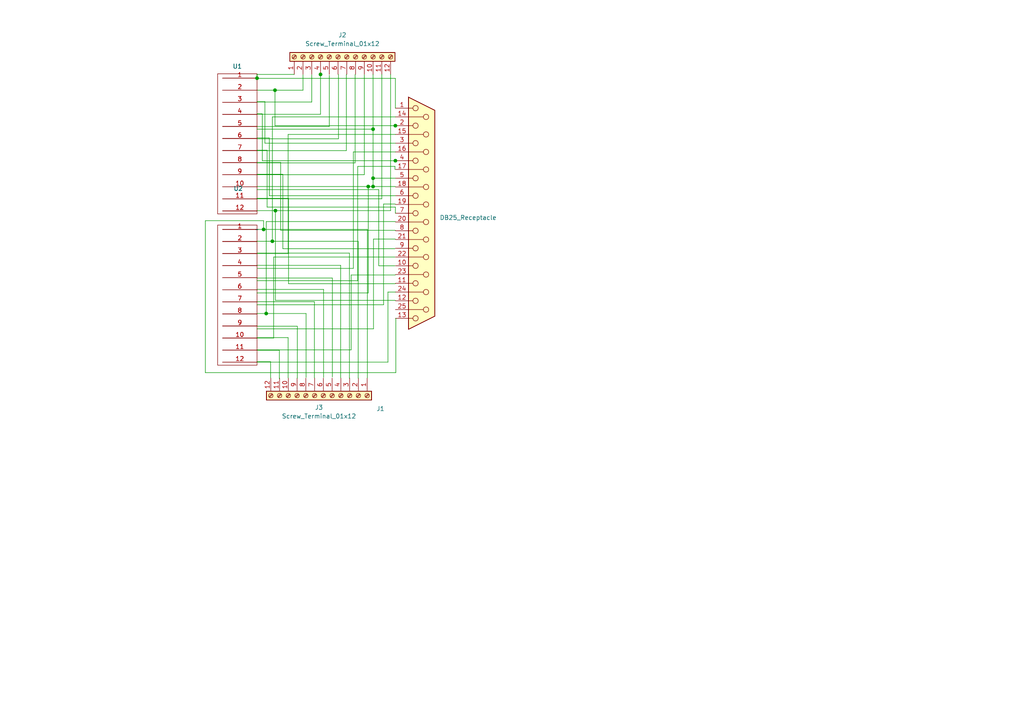
<source format=kicad_sch>
(kicad_sch (version 20230121) (generator eeschema)
  (paper "A4")
  (lib_symbols
    (symbol "Connector:DB25_Receptacle" (pin_names (offset 1.016) hide)
      (property "Reference" "J" (at 0 34.29 0))
      (property "Value" "DB25_Receptacle" (at 0 -34.925 0))
      (symbol "DB25_Receptacle_0_1"
        (circle (center -1.778 -30.48) (radius 0.762))
        (circle (center -1.778 -25.4) (radius 0.762))
        (circle (center -1.778 -20.32) (radius 0.762))
        (circle (center -1.778 -15.24) (radius 0.762))
        (circle (center -1.778 -10.16) (radius 0.762))
        (circle (center -1.778 -5.08) (radius 0.762))
        (circle (center -1.778 0) (radius 0.762))
        (circle (center -1.778 5.08) (radius 0.762))
        (circle (center -1.778 10.16) (radius 0.762))
        (circle (center -1.778 15.24) (radius 0.762))
        (circle (center -1.778 20.32) (radius 0.762))
        (circle (center -1.778 25.4) (radius 0.762))
        (circle (center -1.778 30.48) (radius 0.762))
        (polyline (pts (xy -3.81 -30.48) (xy -2.54 -30.48)))
        (polyline (pts (xy -3.81 -27.94) (xy 0.508 -27.94)))
        (polyline (pts (xy -3.81 -25.4) (xy -2.54 -25.4)))
        (polyline (pts (xy -3.81 -22.86) (xy 0.508 -22.86)))
        (polyline (pts (xy -3.81 -20.32) (xy -2.54 -20.32)))
        (polyline (pts (xy -3.81 -17.78) (xy 0.508 -17.78)))
        (polyline (pts (xy -3.81 -15.24) (xy -2.54 -15.24)))
        (polyline (pts (xy -3.81 -12.7) (xy 0.508 -12.7)))
        (polyline (pts (xy -3.81 -10.16) (xy -2.54 -10.16)))
        (polyline (pts (xy -3.81 -7.62) (xy 0.508 -7.62)))
        (polyline (pts (xy -3.81 -5.08) (xy -2.54 -5.08)))
        (polyline (pts (xy -3.81 -2.54) (xy 0.508 -2.54)))
        (polyline (pts (xy -3.81 0) (xy -2.54 0)))
        (polyline (pts (xy -3.81 2.54) (xy 0.508 2.54)))
        (polyline (pts (xy -3.81 5.08) (xy -2.54 5.08)))
        (polyline (pts (xy -3.81 7.62) (xy 0.508 7.62)))
        (polyline (pts (xy -3.81 10.16) (xy -2.54 10.16)))
        (polyline (pts (xy -3.81 12.7) (xy 0.508 12.7)))
        (polyline (pts (xy -3.81 15.24) (xy -2.54 15.24)))
        (polyline (pts (xy -3.81 17.78) (xy 0.508 17.78)))
        (polyline (pts (xy -3.81 20.32) (xy -2.54 20.32)))
        (polyline (pts (xy -3.81 22.86) (xy 0.508 22.86)))
        (polyline (pts (xy -3.81 25.4) (xy -2.54 25.4)))
        (polyline (pts (xy -3.81 27.94) (xy 0.508 27.94)))
        (polyline (pts (xy -3.81 30.48) (xy -2.54 30.48)))
        (polyline (pts (xy -3.81 33.655) (xy 3.81 29.845) (xy 3.81 -29.845) (xy -3.81 -33.655) (xy -3.81 33.655)) (stroke (width 0.254)) (fill (type background)))
        (circle (center 1.27 -27.94) (radius 0.762))
        (circle (center 1.27 -22.86) (radius 0.762))
        (circle (center 1.27 -17.78) (radius 0.762))
        (circle (center 1.27 -12.7) (radius 0.762))
        (circle (center 1.27 -7.62) (radius 0.762))
        (circle (center 1.27 -2.54) (radius 0.762))
        (circle (center 1.27 2.54) (radius 0.762))
        (circle (center 1.27 7.62) (radius 0.762))
        (circle (center 1.27 12.7) (radius 0.762))
        (circle (center 1.27 17.78) (radius 0.762))
        (circle (center 1.27 22.86) (radius 0.762))
        (circle (center 1.27 27.94) (radius 0.762))
      )
      (symbol "DB25_Receptacle_1_1"
        (pin passive line (at -7.62 30.48 0) (length 3.81) (name "1") (number "1"))
        (pin passive line (at -7.62 -15.24 0) (length 3.81) (name "10") (number "10"))
        (pin passive line (at -7.62 -20.32 0) (length 3.81) (name "11") (number "11"))
        (pin passive line (at -7.62 -25.4 0) (length 3.81) (name "12") (number "12"))
        (pin passive line (at -7.62 -30.48 0) (length 3.81) (name "13") (number "13"))
        (pin passive line (at -7.62 27.94 0) (length 3.81) (name "P14") (number "14"))
        (pin passive line (at -7.62 22.86 0) (length 3.81) (name "P15") (number "15"))
        (pin passive line (at -7.62 17.78 0) (length 3.81) (name "P16") (number "16"))
        (pin passive line (at -7.62 12.7 0) (length 3.81) (name "P17") (number "17"))
        (pin passive line (at -7.62 7.62 0) (length 3.81) (name "P18") (number "18"))
        (pin passive line (at -7.62 2.54 0) (length 3.81) (name "P19") (number "19"))
        (pin passive line (at -7.62 25.4 0) (length 3.81) (name "2") (number "2"))
        (pin passive line (at -7.62 -2.54 0) (length 3.81) (name "P20") (number "20"))
        (pin passive line (at -7.62 -7.62 0) (length 3.81) (name "P21") (number "21"))
        (pin passive line (at -7.62 -12.7 0) (length 3.81) (name "P22") (number "22"))
        (pin passive line (at -7.62 -17.78 0) (length 3.81) (name "P23") (number "23"))
        (pin passive line (at -7.62 -22.86 0) (length 3.81) (name "P24") (number "24"))
        (pin passive line (at -7.62 -27.94 0) (length 3.81) (name "P25") (number "25"))
        (pin passive line (at -7.62 20.32 0) (length 3.81) (name "3") (number "3"))
        (pin passive line (at -7.62 15.24 0) (length 3.81) (name "4") (number "4"))
        (pin passive line (at -7.62 10.16 0) (length 3.81) (name "5") (number "5"))
        (pin passive line (at -7.62 5.08 0) (length 3.81) (name "6") (number "6"))
        (pin passive line (at -7.62 0 0) (length 3.81) (name "7") (number "7"))
        (pin passive line (at -7.62 -5.08 0) (length 3.81) (name "8") (number "8"))
        (pin passive line (at -7.62 -10.16 0) (length 3.81) (name "9") (number "9"))
      )
    )
    (symbol "Connector:Screw_Terminal_01x12" (pin_names (offset 1.016) hide)
      (property "Reference" "J" (at 0 15.24 0))
      (property "Value" "Screw_Terminal_01x12" (at 0 -17.78 0))
      (symbol "Screw_Terminal_01x12_1_1"
        (rectangle (start -1.27 13.97) (end 1.27 -16.51) (stroke (width 0.254)) (fill (type background)))
        (circle (center 0 -15.24) (radius 0.635) (stroke (width 0.1524)))
        (circle (center 0 -12.7) (radius 0.635) (stroke (width 0.1524)))
        (circle (center 0 -10.16) (radius 0.635) (stroke (width 0.1524)))
        (circle (center 0 -7.62) (radius 0.635) (stroke (width 0.1524)))
        (circle (center 0 -5.08) (radius 0.635) (stroke (width 0.1524)))
        (circle (center 0 -2.54) (radius 0.635) (stroke (width 0.1524)))
        (polyline (pts (xy -0.5334 -14.9098) (xy 0.3302 -15.748)) (stroke (width 0.1524)))
        (polyline (pts (xy -0.5334 -12.3698) (xy 0.3302 -13.208)) (stroke (width 0.1524)))
        (polyline (pts (xy -0.5334 -9.8298) (xy 0.3302 -10.668)) (stroke (width 0.1524)))
        (polyline (pts (xy -0.5334 -7.2898) (xy 0.3302 -8.128)) (stroke (width 0.1524)))
        (polyline (pts (xy -0.5334 -4.7498) (xy 0.3302 -5.588)) (stroke (width 0.1524)))
        (polyline (pts (xy -0.5334 -2.2098) (xy 0.3302 -3.048)) (stroke (width 0.1524)))
        (polyline (pts (xy -0.5334 0.3302) (xy 0.3302 -0.508)) (stroke (width 0.1524)))
        (polyline (pts (xy -0.5334 2.8702) (xy 0.3302 2.032)) (stroke (width 0.1524)))
        (polyline (pts (xy -0.5334 5.4102) (xy 0.3302 4.572)) (stroke (width 0.1524)))
        (polyline (pts (xy -0.5334 7.9502) (xy 0.3302 7.112)) (stroke (width 0.1524)))
        (polyline (pts (xy -0.5334 10.4902) (xy 0.3302 9.652)) (stroke (width 0.1524)))
        (polyline (pts (xy -0.5334 13.0302) (xy 0.3302 12.192)) (stroke (width 0.1524)))
        (polyline (pts (xy -0.3556 -14.732) (xy 0.508 -15.5702)) (stroke (width 0.1524)))
        (polyline (pts (xy -0.3556 -12.192) (xy 0.508 -13.0302)) (stroke (width 0.1524)))
        (polyline (pts (xy -0.3556 -9.652) (xy 0.508 -10.4902)) (stroke (width 0.1524)))
        (polyline (pts (xy -0.3556 -7.112) (xy 0.508 -7.9502)) (stroke (width 0.1524)))
        (polyline (pts (xy -0.3556 -4.572) (xy 0.508 -5.4102)) (stroke (width 0.1524)))
        (polyline (pts (xy -0.3556 -2.032) (xy 0.508 -2.8702)) (stroke (width 0.1524)))
        (polyline (pts (xy -0.3556 0.508) (xy 0.508 -0.3302)) (stroke (width 0.1524)))
        (polyline (pts (xy -0.3556 3.048) (xy 0.508 2.2098)) (stroke (width 0.1524)))
        (polyline (pts (xy -0.3556 5.588) (xy 0.508 4.7498)) (stroke (width 0.1524)))
        (polyline (pts (xy -0.3556 8.128) (xy 0.508 7.2898)) (stroke (width 0.1524)))
        (polyline (pts (xy -0.3556 10.668) (xy 0.508 9.8298)) (stroke (width 0.1524)))
        (polyline (pts (xy -0.3556 13.208) (xy 0.508 12.3698)) (stroke (width 0.1524)))
        (circle (center 0 0) (radius 0.635) (stroke (width 0.1524)))
        (circle (center 0 2.54) (radius 0.635) (stroke (width 0.1524)))
        (circle (center 0 5.08) (radius 0.635) (stroke (width 0.1524)))
        (circle (center 0 7.62) (radius 0.635) (stroke (width 0.1524)))
        (circle (center 0 10.16) (radius 0.635) (stroke (width 0.1524)))
        (circle (center 0 12.7) (radius 0.635) (stroke (width 0.1524)))
        (pin passive line (at -5.08 12.7 0) (length 3.81) (name "Pin_1") (number "1"))
        (pin passive line (at -5.08 -10.16 0) (length 3.81) (name "Pin_10") (number "10"))
        (pin passive line (at -5.08 -12.7 0) (length 3.81) (name "Pin_11") (number "11"))
        (pin passive line (at -5.08 -15.24 0) (length 3.81) (name "Pin_12") (number "12"))
        (pin passive line (at -5.08 10.16 0) (length 3.81) (name "Pin_2") (number "2"))
        (pin passive line (at -5.08 7.62 0) (length 3.81) (name "Pin_3") (number "3"))
        (pin passive line (at -5.08 5.08 0) (length 3.81) (name "Pin_4") (number "4"))
        (pin passive line (at -5.08 2.54 0) (length 3.81) (name "Pin_5") (number "5"))
        (pin passive line (at -5.08 0 0) (length 3.81) (name "Pin_6") (number "6"))
        (pin passive line (at -5.08 -2.54 0) (length 3.81) (name "Pin_7") (number "7"))
        (pin passive line (at -5.08 -5.08 0) (length 3.81) (name "Pin_8") (number "8"))
        (pin passive line (at -5.08 -7.62 0) (length 3.81) (name "Pin_9") (number "9"))
      )
    )
    (symbol "Gold_Finger_connector:GoldFingerConnector"
      (property "Reference" "U" (at 0 0 0))
      (symbol "GoldFingerConnector_0_1"
        (rectangle (start 0 -1.27) (end 11.43 39.37))
      )
      (symbol "GoldFingerConnector_1_1"
        (pin input line (at 0 0 0) (length 10) (name "") (number "1"))
        (pin input line (at 0 31.5 0) (length 10) (name "") (number "10"))
        (pin input line (at 0 35 0) (length 10) (name "") (number "11"))
        (pin input line (at 0 38.5 0) (length 10) (name "") (number "12"))
        (pin input line (at 0 3.5 0) (length 10) (name "") (number "2"))
        (pin input line (at 0 7 0) (length 10) (name "") (number "3"))
        (pin input line (at 0 10.5 0) (length 10) (name "") (number "4"))
        (pin input line (at 0 14 0) (length 10) (name "") (number "5"))
        (pin input line (at 0 17.5 0) (length 10) (name "") (number "6"))
        (pin input line (at 0 21 0) (length 10) (name "") (number "7"))
        (pin input line (at 0 24.5 0) (length 10) (name "") (number "8"))
        (pin input line (at 0 28 0) (length 10) (name "") (number "9"))
      )
    )
  )
  (junction (at 74.549 22.673))
  (junction (at 79.756 26.162))
  (junction (at 79.883 61.087))
  (junction (at 76.454 66.548))
  (junction (at 106.807 54.102))
  (junction (at 92.964 21.59))
  (junction (at 114.681 46.609))
  (junction (at 78.994 69.977))
  (junction (at 114.681 36.449))
  (junction (at 108.204 51.689))
  (junction (at 108.204 37.465))
  (junction (at 108.204 54.102))
  (junction (at 77.216 90.932))
  (wire (pts (xy 106.807 54.102) (xy 106.807 84.963)))
  (wire (pts (xy 74.549 47.244) (xy 102.997 47.244)))
  (wire (pts (xy 108.204 54.102) (xy 114.681 54.102)))
  (wire (pts (xy 92.964 21.59) (xy 92.964 33.147)))
  (wire (pts (xy 114.681 61.849) (xy 114.681 60.071)))
  (wire (pts (xy 74.549 54.102) (xy 106.807 54.102)))
  (wire (pts (xy 105.664 21.717) (xy 105.664 50.673)))
  (wire (pts (xy 98.806 109.601) (xy 98.806 76.962)))
  (wire (pts (xy 82.042 72.136) (xy 82.042 50.546)))
  (wire (pts (xy 74.549 47.117) (xy 81.407 47.117)))
  (wire (pts (xy 59.563 64.008) (xy 76.454 64.008)))
  (wire (pts (xy 114.681 46.609) (xy 76.073 46.609)))
  (wire (pts (xy 74.549 80.645) (xy 96.393 80.645)))
  (wire (pts (xy 74.549 26.162) (xy 79.756 26.162)))
  (wire (pts (xy 114.681 33.909) (xy 78.994 33.909)))
  (wire (pts (xy 74.549 101.473) (xy 101.854 101.473)))
  (wire (pts (xy 74.549 21.59) (xy 74.549 22.673)))
  (wire (pts (xy 74.549 40.005) (xy 78.105 40.005)))
  (wire (pts (xy 114.681 82.296) (xy 83.693 82.296)))
  (wire (pts (xy 83.693 82.296) (xy 83.693 57.531)))
  (wire (pts (xy 77.216 64.262) (xy 77.216 90.932)))
  (wire (pts (xy 101.854 79.756) (xy 114.681 79.756)))
  (wire (pts (xy 110.744 57.658) (xy 74.549 57.658)))
  (wire (pts (xy 114.554 49.149) (xy 114.554 48.26)))
  (wire (pts (xy 101.854 101.473) (xy 101.854 79.756)))
  (wire (pts (xy 87.884 21.717) (xy 87.884 26.162)))
  (wire (pts (xy 76.073 46.609) (xy 76.073 33.02)))
  (wire (pts (xy 74.549 76.962) (xy 98.806 76.962)))
  (wire (pts (xy 74.549 95.377) (xy 108.331 95.377)))
  (wire (pts (xy 79.375 74.549) (xy 79.375 98.044)))
  (wire (pts (xy 103.886 109.728) (xy 103.886 69.977)))
  (wire (pts (xy 108.204 21.59) (xy 108.204 37.465)))
  (wire (pts (xy 74.549 105.029) (xy 112.522 105.029)))
  (wire (pts (xy 74.549 98.044) (xy 79.375 98.044)))
  (wire (pts (xy 114.681 44.069) (xy 102.489 44.069)))
  (wire (pts (xy 79.883 87.122) (xy 79.883 61.087)))
  (wire (pts (xy 109.855 54.991) (xy 109.855 77.089)))
  (wire (pts (xy 74.549 37.465) (xy 108.204 37.465)))
  (wire (pts (xy 74.549 22.673) (xy 74.549 22.733)))
  (wire (pts (xy 74.549 81.407) (xy 103.759 81.407)))
  (wire (pts (xy 74.676 101.6) (xy 81.026 101.6)))
  (wire (pts (xy 83.566 109.601) (xy 83.566 97.917)))
  (wire (pts (xy 59.563 108.077) (xy 59.563 64.008)))
  (wire (pts (xy 114.681 64.262) (xy 77.216 64.262)))
  (wire (pts (xy 102.997 21.59) (xy 102.997 47.244)))
  (wire (pts (xy 74.549 87.503) (xy 91.186 87.503)))
  (wire (pts (xy 90.424 21.717) (xy 90.424 29.591)))
  (wire (pts (xy 102.489 44.069) (xy 102.489 77.851)))
  (wire (pts (xy 109.855 77.089) (xy 114.554 77.089)))
  (wire (pts (xy 114.554 48.26) (xy 103.759 48.26)))
  (wire (pts (xy 95.504 21.844) (xy 95.504 36.703)))
  (wire (pts (xy 110.744 21.59) (xy 110.744 57.658)))
  (wire (pts (xy 114.681 41.529) (xy 76.835 41.529)))
  (wire (pts (xy 103.759 48.26) (xy 103.759 81.407)))
  (wire (pts (xy 93.853 109.474) (xy 93.853 83.947)))
  (wire (pts (xy 100.457 21.59) (xy 100.457 43.688)))
  (wire (pts (xy 77.47 60.071) (xy 77.47 43.561)))
  (wire (pts (xy 77.216 90.932) (xy 88.773 90.932)))
  (wire (pts (xy 111.252 59.182) (xy 114.681 59.182)))
  (wire (pts (xy 74.549 50.546) (xy 82.042 50.546)))
  (wire (pts (xy 74.549 88.392) (xy 111.252 88.392)))
  (wire (pts (xy 74.549 43.561) (xy 77.47 43.561)))
  (wire (pts (xy 74.422 69.977) (xy 78.994 69.977)))
  (wire (pts (xy 74.549 97.917) (xy 83.566 97.917)))
  (wire (pts (xy 78.994 33.909) (xy 78.994 69.977)))
  (wire (pts (xy 76.454 66.548) (xy 106.553 66.548)))
  (wire (pts (xy 74.676 77.851) (xy 102.489 77.851)))
  (wire (pts (xy 91.186 109.601) (xy 91.186 87.503)))
  (wire (pts (xy 114.681 60.071) (xy 77.47 60.071)))
  (wire (pts (xy 74.549 29.591) (xy 90.424 29.591)))
  (wire (pts (xy 111.252 88.392) (xy 111.252 59.182)))
  (wire (pts (xy 76.835 41.529) (xy 76.835 29.464)))
  (wire (pts (xy 79.883 61.087) (xy 113.284 61.087)))
  (wire (pts (xy 114.808 36.449) (xy 114.681 36.449)))
  (wire (pts (xy 114.681 36.449) (xy 79.756 36.449)))
  (wire (pts (xy 74.549 90.932) (xy 77.216 90.932)))
  (wire (pts (xy 76.454 64.008) (xy 76.454 66.548)))
  (wire (pts (xy 114.554 72.136) (xy 82.042 72.136)))
  (wire (pts (xy 106.807 54.102) (xy 108.204 54.102)))
  (wire (pts (xy 83.693 57.531) (xy 74.549 57.531)))
  (wire (pts (xy 74.549 84.963) (xy 106.807 84.963)))
  (wire (pts (xy 74.549 29.464) (xy 76.835 29.464)))
  (wire (pts (xy 114.808 46.609) (xy 114.681 46.609)))
  (wire (pts (xy 101.346 109.728) (xy 101.346 73.406)))
  (wire (pts (xy 74.676 73.406) (xy 101.346 73.406)))
  (wire (pts (xy 74.549 22.733) (xy 114.681 22.733)))
  (wire (pts (xy 108.204 37.465) (xy 108.204 51.689)))
  (wire (pts (xy 114.808 108.077) (xy 59.563 108.077)))
  (wire (pts (xy 92.964 21.463) (xy 92.964 21.59)))
  (wire (pts (xy 78.994 69.977) (xy 103.886 69.977)))
  (wire (pts (xy 79.756 36.449) (xy 79.756 26.162)))
  (wire (pts (xy 81.407 66.802) (xy 81.407 47.117)))
  (wire (pts (xy 74.549 61.087) (xy 79.883 61.087)))
  (wire (pts (xy 83.566 38.989) (xy 83.566 73.533)))
  (wire (pts (xy 74.676 94.615) (xy 86.233 94.615)))
  (wire (pts (xy 114.681 69.342) (xy 108.331 69.342)))
  (wire (pts (xy 74.549 36.703) (xy 95.504 36.703)))
  (wire (pts (xy 74.549 83.947) (xy 93.853 83.947)))
  (wire (pts (xy 74.549 57.531) (xy 74.549 57.658)))
  (wire (pts (xy 108.204 51.689) (xy 108.204 54.102)))
  (wire (pts (xy 78.486 109.601) (xy 78.486 104.902)))
  (wire (pts (xy 81.026 109.855) (xy 81.026 101.6)))
  (wire (pts (xy 114.681 87.122) (xy 79.883 87.122)))
  (wire (pts (xy 74.549 66.548) (xy 76.454 66.548)))
  (wire (pts (xy 114.808 92.329) (xy 114.808 108.077)))
  (wire (pts (xy 108.331 69.342) (xy 108.331 95.377)))
  (wire (pts (xy 74.676 33.147) (xy 92.964 33.147)))
  (wire (pts (xy 105.664 50.673) (xy 74.549 50.673)))
  (wire (pts (xy 113.284 21.59) (xy 113.284 61.087)))
  (wire (pts (xy 114.681 38.989) (xy 83.566 38.989)))
  (wire (pts (xy 78.105 56.769) (xy 78.105 40.005)))
  (wire (pts (xy 74.676 40.259) (xy 98.171 40.259)))
  (wire (pts (xy 112.522 105.029) (xy 112.522 84.709)))
  (wire (pts (xy 79.756 26.162) (xy 87.884 26.162)))
  (wire (pts (xy 88.773 109.474) (xy 88.773 90.932)))
  (wire (pts (xy 114.681 51.689) (xy 108.204 51.689)))
  (wire (pts (xy 96.393 109.347) (xy 96.393 80.645)))
  (wire (pts (xy 114.681 31.369) (xy 114.681 22.733)))
  (wire (pts (xy 86.233 109.728) (xy 86.233 94.615)))
  (wire (pts (xy 114.554 74.549) (xy 79.375 74.549)))
  (wire (pts (xy 74.549 54.991) (xy 109.855 54.991)))
  (wire (pts (xy 114.681 56.769) (xy 78.105 56.769)))
  (wire (pts (xy 106.553 109.601) (xy 106.553 66.548)))
  (wire (pts (xy 98.171 21.59) (xy 98.171 40.259)))
  (wire (pts (xy 74.549 33.02) (xy 76.073 33.02)))
  (wire (pts (xy 74.549 73.533) (xy 83.566 73.533)))
  (wire (pts (xy 74.549 43.688) (xy 100.457 43.688)))
  (wire (pts (xy 114.681 66.802) (xy 81.407 66.802)))
  (wire (pts (xy 74.549 104.902) (xy 78.486 104.902)))
  (wire (pts (xy 85.344 21.59) (xy 74.549 21.59)))
  (wire (pts (xy 112.522 84.709) (xy 114.681 84.709)))
  (symbol (lib_id "Connector:Screw_Terminal_01x12") (at 93.7895 114.7445 270) (unit 1)
    (property "Reference" "J3" (at 92.5195 118.1735 90))
    (property "Value" "Screw_Terminal_01x12" (at 92.5195 120.7135 90))
  )
  (symbol (lib_id "Gold_Finger_connector:GoldFingerConnector") (at 74.549 66.548 180) (unit 1)
    (property "Reference" "U2" (at 69.088 54.677 0))
    (property "Value" "~" (at 74.549 66.548 0))
  )
  (symbol (lib_id "Connector:DB25_Receptacle") (at 122.301 61.849 0) (unit 1)
    (property "Reference" "J1" (at 109.1565 118.5545 0) (effects (justify left)))
    (property "Value" "DB25_Receptacle" (at 127.508 63.119 0) (effects (justify left)))
    (property "Footprint" "Connector_Dsub:DSUB-25_Male_Horizontal_P2.77x2.54mm_EdgePinOffset9.40mm" (effects hide))
    (property "Datasheet" " ~" (effects hide))
  )
  (symbol (lib_id "Gold_Finger_connector:GoldFingerConnector") (at 74.549 22.673 180) (unit 1)
    (property "Reference" "U1" (at 68.834 19.244 0))
    (property "Value" "~" (at 74.549 22.673 0))
  )
  (symbol (lib_id "Connector:Screw_Terminal_01x12") (at 98.044 16.51 90) (unit 1)
    (property "Reference" "J2" (at 99.314 10.16 90))
    (property "Value" "Screw_Terminal_01x12" (at 99.314 12.7 90))
  )
)
</source>
